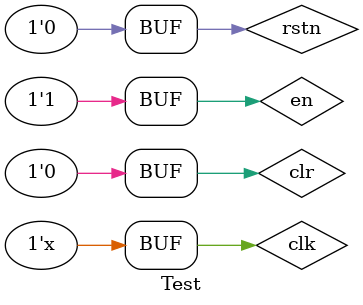
<source format=v>
`timescale 1ns / 1ps


module Test
    #(parameter BitWidth = 32)
    ();

    reg                    clk;           // 时钟信号
    reg                    rstn;          // 复位信号
    reg                    en;            // 使能信号
    reg                    clr;           // 清零信号

    wire                   ZF;            // 零标志位
    wire                   CF;            // 进借位标志位
    wire                   OF;            // 溢出标志位
    wire                   SF;            // 符号标志位
    wire                   PF;            // 奇偶标志位

    wire                   Write_Signal;  // 写信号

    wire [BitWidth-1:0]    PC;            // 程序计数器
    wire [BitWidth-1:0]    Inst_code;     // 指令字
    wire [5:0]             op_code;       // 操作码
    wire [4:0]             Rs_addr;       // 源操作数1地址
    wire [4:0]             Rt_addr;       // 源操作数2地址
    wire [4:0]             Rd_addr;       // 目的操作数地址
    wire [4:0]             shamt;         // 移位指令用到的位移量
    wire [5:0]             funct;         // 功能码
    wire [BitWidth-1:0]    immediate;     // 指令中的立即数（扩展到32位）
    wire [BitWidth-1:0]    jump_addr;     // 跳转到的地址（扩展到32位）

    wire [BitWidth-1:0]    op_data1;      // 操作数1的值
    wire [BitWidth-1:0]    op_data2;      // 操作数2的值
    wire [BitWidth-1:0]    des_addr;      // 要存放数据的寄存器地址
    
    wire [BitWidth-1:0]    ALU_data;      // 运算结果

    always #50 clk = ~clk;                // 每过50ns翻转一次时钟信号

    initial 
    begin
        clk = 1'b0; clr = 1'b1;           // 时钟信号初始为0，清零信号为1
        rstn = 1'b0; en = 1'b1;           // 复位信号为0，使能信号为1
        #25;                              // 延时25ns

        clr = 1'b0;                       // 清零信号标记为0
    end

    Instruction tb_Instruction(
        .clk(clk),
        .rstn(rstn),
        .en(en),
        .clr(clr),

        .PC(PC),
        .Inst_code(Inst_code),
        .op_code(op_code),
        .Rs_addr(Rs_addr),
        .Rt_addr(Rt_addr),
        .Rd_addr(Rd_addr),
        .shamt(shamt),
        .funct(funct),
        .immediate(immediate),
        .jump_addr(jump_addr),

        .op_data1(op_data1),
        .op_data2(op_data2),
        .des_addr(des_addr),
        
        .Write_Signal(Write_Signal),
        .ZF(ZF),
        .CF(CF),
        .OF(OF),
        .SF(SF),
        .PF(PF),
        .ALU_data(ALU_data)
    );

endmodule

</source>
